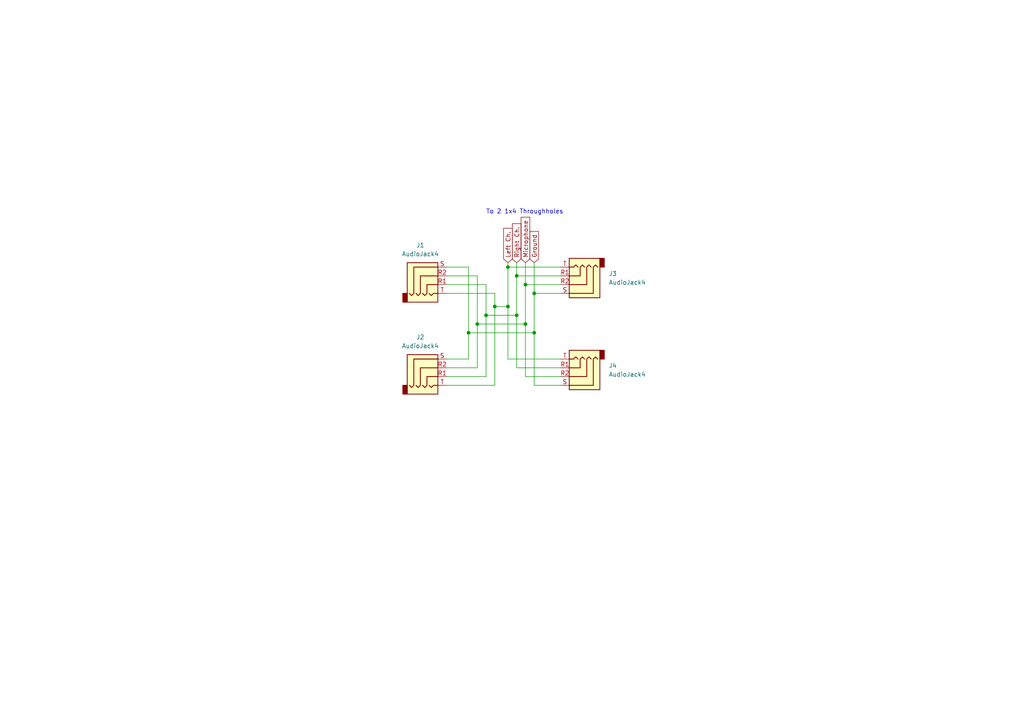
<source format=kicad_sch>
(kicad_sch (version 20230121) (generator eeschema)
  (paper "A4")
  (title_block (title "AudioAdder") (date "2023-11-26") (rev "0") (company "sebsky808") (comment 4 "Hi there! Thanks for checking out my project :3"))
  (lib_symbols
    (symbol "Connector_Audio:AudioJack4"
      (property "Reference" "J" (at 0 8.89 0))
      (property "Value" "AudioJack4" (at 0 6.35 0))
      (symbol "AudioJack4_0_1"
        (rectangle (start -6.35 -5.08) (end -7.62 -7.62) (stroke (width 0.254)) (fill (type outline)))
        (polyline (pts (xy 0 -5.08) (xy 0.635 -5.715) (xy 1.27 -5.08) (xy 2.54 -5.08)) (stroke (width 0.254)))
        (polyline (pts (xy -5.715 -5.08) (xy -5.08 -5.715) (xy -4.445 -5.08) (xy -4.445 2.54) (xy 2.54 2.54)) (stroke (width 0.254)))
        (polyline (pts (xy -1.905 -5.08) (xy -1.27 -5.715) (xy -0.635 -5.08) (xy -0.635 -2.54) (xy 2.54 -2.54)) (stroke (width 0.254)))
        (polyline (pts (xy 2.54 0) (xy -2.54 0) (xy -2.54 -5.08) (xy -3.175 -5.715) (xy -3.81 -5.08)) (stroke (width 0.254)))
        (rectangle (start 2.54 3.81) (end -6.35 -7.62) (stroke (width 0.254)) (fill (type background)))
      )
      (symbol "AudioJack4_1_1"
        (pin passive line (at 5.08 -2.54 180) (length 2.54) (name "~") (number "R1"))
        (pin passive line (at 5.08 0 180) (length 2.54) (name "~") (number "R2"))
        (pin passive line (at 5.08 2.54 180) (length 2.54) (name "~") (number "S"))
        (pin passive line (at 5.08 -5.08 180) (length 2.54) (name "~") (number "T"))
      )
    )
  )
  (junction (at 140.97 91.44))
  (junction (at 149.86 80.01))
  (junction (at 143.51 88.9))
  (junction (at 138.43 93.98))
  (junction (at 147.32 77.47))
  (junction (at 149.86 91.44))
  (junction (at 147.32 88.9))
  (junction (at 154.94 96.52))
  (junction (at 154.94 85.09))
  (junction (at 152.4 82.55))
  (junction (at 135.89 96.52))
  (junction (at 152.4 93.98))
  (wire (pts (xy 138.43 80.01) (xy 138.43 93.98)))
  (wire (pts (xy 140.97 91.44) (xy 140.97 109.22)))
  (wire (pts (xy 135.89 96.52) (xy 154.94 96.52)))
  (wire (pts (xy 162.56 104.14) (xy 147.32 104.14)))
  (wire (pts (xy 154.94 85.09) (xy 154.94 96.52)))
  (wire (pts (xy 147.32 77.47) (xy 147.32 88.9)))
  (wire (pts (xy 143.51 88.9) (xy 143.51 111.76)))
  (wire (pts (xy 162.56 106.68) (xy 149.86 106.68)))
  (wire (pts (xy 162.56 109.22) (xy 152.4 109.22)))
  (wire (pts (xy 138.43 93.98) (xy 138.43 106.68)))
  (wire (pts (xy 129.54 80.01) (xy 138.43 80.01)))
  (wire (pts (xy 154.94 85.09) (xy 162.56 85.09)))
  (wire (pts (xy 154.94 76.2) (xy 154.94 85.09)))
  (wire (pts (xy 152.4 76.2) (xy 152.4 82.55)))
  (wire (pts (xy 147.32 104.14) (xy 147.32 88.9)))
  (wire (pts (xy 149.86 76.2) (xy 149.86 80.01)))
  (wire (pts (xy 149.86 106.68) (xy 149.86 91.44)))
  (wire (pts (xy 140.97 82.55) (xy 140.97 91.44)))
  (wire (pts (xy 149.86 80.01) (xy 149.86 91.44)))
  (wire (pts (xy 149.86 80.01) (xy 162.56 80.01)))
  (wire (pts (xy 147.32 76.2) (xy 147.32 77.47)))
  (wire (pts (xy 129.54 82.55) (xy 140.97 82.55)))
  (wire (pts (xy 135.89 104.14) (xy 129.54 104.14)))
  (wire (pts (xy 152.4 82.55) (xy 152.4 93.98)))
  (wire (pts (xy 162.56 111.76) (xy 154.94 111.76)))
  (wire (pts (xy 138.43 106.68) (xy 129.54 106.68)))
  (wire (pts (xy 147.32 77.47) (xy 162.56 77.47)))
  (wire (pts (xy 140.97 91.44) (xy 149.86 91.44)))
  (wire (pts (xy 154.94 111.76) (xy 154.94 96.52)))
  (wire (pts (xy 152.4 109.22) (xy 152.4 93.98)))
  (wire (pts (xy 135.89 77.47) (xy 135.89 96.52)))
  (wire (pts (xy 143.51 88.9) (xy 147.32 88.9)))
  (wire (pts (xy 129.54 77.47) (xy 135.89 77.47)))
  (wire (pts (xy 143.51 85.09) (xy 143.51 88.9)))
  (wire (pts (xy 140.97 109.22) (xy 129.54 109.22)))
  (wire (pts (xy 138.43 93.98) (xy 152.4 93.98)))
  (wire (pts (xy 152.4 82.55) (xy 162.56 82.55)))
  (wire (pts (xy 129.54 85.09) (xy 143.51 85.09)))
  (wire (pts (xy 129.54 111.76) (xy 143.51 111.76)))
  (wire (pts (xy 135.89 104.14) (xy 135.89 96.52)))
  (text "To 2 1x4 Throughholes" (at 140.97 62.23 0) (effects (font (size 1.27 1.27)) (justify left bottom)))
  (global_label "Right Ch." (shape input) (at 149.86 76.2 90) (property "Intersheetrefs" "${INTERSHEET_REFS}" (effects hide)))
  (global_label "Microphone" (shape input) (at 152.4 76.2 90) (property "Intersheetrefs" "${INTERSHEET_REFS}" (effects hide)))
  (global_label "Left Ch." (shape input) (at 147.32 76.2 90) (property "Intersheetrefs" "${INTERSHEET_REFS}" (effects hide)))
  (global_label "Ground" (shape input) (at 154.94 76.2 90) (property "Intersheetrefs" "${INTERSHEET_REFS}" (effects hide)))
  (symbol (lib_id "Connector_Audio:AudioJack4") (at 124.46 80.01 0) (unit 1)
    (property "Reference" "J1" (at 121.92 71.12 0))
    (property "Value" "AudioJack4" (at 121.92 73.66 0))
    (property "Footprint" "Connector_Audio:Jack_3.5mm_PJ320D_Horizontal" (effects hide))
  )
  (symbol (lib_id "Connector_Audio:AudioJack4") (at 167.64 82.55 180) (unit 1)
    (property "Reference" "J3" (at 176.53 79.375 0) (effects (justify right)))
    (property "Value" "AudioJack4" (at 176.53 81.915 0) (effects (justify right)))
    (property "Footprint" "Connector_Audio:Jack_3.5mm_PJ320D_Horizontal" (effects hide))
  )
  (symbol (lib_id "Connector_Audio:AudioJack4") (at 167.64 109.22 180) (unit 1)
    (property "Reference" "J4" (at 176.53 106.045 0) (effects (justify right)))
    (property "Value" "AudioJack4" (at 176.53 108.585 0) (effects (justify right)))
    (property "Footprint" "Connector_Audio:Jack_3.5mm_PJ320D_Horizontal" (effects hide))
  )
  (symbol (lib_id "Connector_Audio:AudioJack4") (at 124.46 106.68 0) (unit 1)
    (property "Reference" "J2" (at 121.92 97.79 0))
    (property "Value" "AudioJack4" (at 121.92 100.33 0))
    (property "Footprint" "Connector_Audio:Jack_3.5mm_PJ320D_Horizontal" (effects hide))
  )
)
</source>
